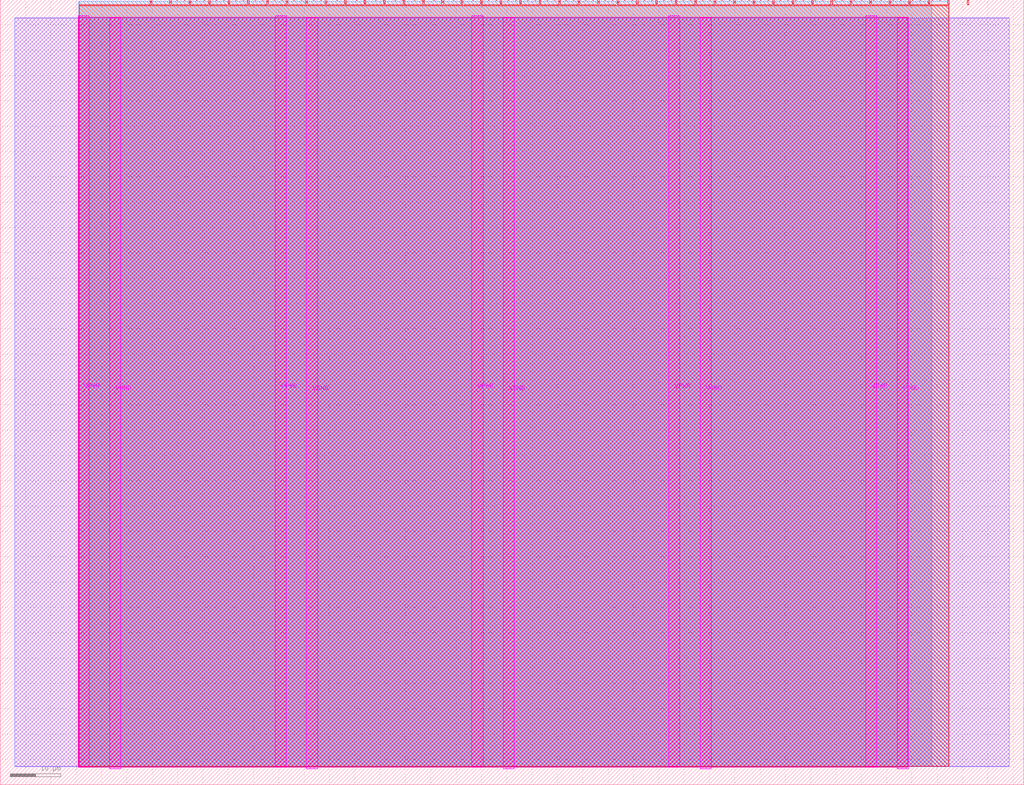
<source format=lef>
VERSION 5.7 ;
  NOWIREEXTENSIONATPIN ON ;
  DIVIDERCHAR "/" ;
  BUSBITCHARS "[]" ;
MACRO tt_um_matth_fischer_vgaTT
  CLASS BLOCK ;
  FOREIGN tt_um_matth_fischer_vgaTT ;
  ORIGIN 0.000 0.000 ;
  SIZE 202.080 BY 154.980 ;
  PIN VGND
    DIRECTION INOUT ;
    USE GROUND ;
    PORT
      LAYER TopMetal1 ;
        RECT 21.580 3.150 23.780 151.420 ;
    END
    PORT
      LAYER TopMetal1 ;
        RECT 60.450 3.150 62.650 151.420 ;
    END
    PORT
      LAYER TopMetal1 ;
        RECT 99.320 3.150 101.520 151.420 ;
    END
    PORT
      LAYER TopMetal1 ;
        RECT 138.190 3.150 140.390 151.420 ;
    END
    PORT
      LAYER TopMetal1 ;
        RECT 177.060 3.150 179.260 151.420 ;
    END
  END VGND
  PIN VPWR
    DIRECTION INOUT ;
    USE POWER ;
    PORT
      LAYER TopMetal1 ;
        RECT 15.380 3.560 17.580 151.830 ;
    END
    PORT
      LAYER TopMetal1 ;
        RECT 54.250 3.560 56.450 151.830 ;
    END
    PORT
      LAYER TopMetal1 ;
        RECT 93.120 3.560 95.320 151.830 ;
    END
    PORT
      LAYER TopMetal1 ;
        RECT 131.990 3.560 134.190 151.830 ;
    END
    PORT
      LAYER TopMetal1 ;
        RECT 170.860 3.560 173.060 151.830 ;
    END
  END VPWR
  PIN clk
    DIRECTION INPUT ;
    USE SIGNAL ;
    ANTENNAGATEAREA 0.725400 ;
    PORT
      LAYER Metal4 ;
        RECT 187.050 153.980 187.350 154.980 ;
    END
  END clk
  PIN ena
    DIRECTION INPUT ;
    USE SIGNAL ;
    PORT
      LAYER Metal4 ;
        RECT 190.890 153.980 191.190 154.980 ;
    END
  END ena
  PIN rst_n
    DIRECTION INPUT ;
    USE SIGNAL ;
    ANTENNAGATEAREA 0.906100 ;
    PORT
      LAYER Metal4 ;
        RECT 183.210 153.980 183.510 154.980 ;
    END
  END rst_n
  PIN ui_in[0]
    DIRECTION INPUT ;
    USE SIGNAL ;
    ANTENNAGATEAREA 0.180700 ;
    PORT
      LAYER Metal4 ;
        RECT 179.370 153.980 179.670 154.980 ;
    END
  END ui_in[0]
  PIN ui_in[1]
    DIRECTION INPUT ;
    USE SIGNAL ;
    ANTENNAGATEAREA 0.180700 ;
    PORT
      LAYER Metal4 ;
        RECT 175.530 153.980 175.830 154.980 ;
    END
  END ui_in[1]
  PIN ui_in[2]
    DIRECTION INPUT ;
    USE SIGNAL ;
    PORT
      LAYER Metal4 ;
        RECT 171.690 153.980 171.990 154.980 ;
    END
  END ui_in[2]
  PIN ui_in[3]
    DIRECTION INPUT ;
    USE SIGNAL ;
    PORT
      LAYER Metal4 ;
        RECT 167.850 153.980 168.150 154.980 ;
    END
  END ui_in[3]
  PIN ui_in[4]
    DIRECTION INPUT ;
    USE SIGNAL ;
    PORT
      LAYER Metal4 ;
        RECT 164.010 153.980 164.310 154.980 ;
    END
  END ui_in[4]
  PIN ui_in[5]
    DIRECTION INPUT ;
    USE SIGNAL ;
    PORT
      LAYER Metal4 ;
        RECT 160.170 153.980 160.470 154.980 ;
    END
  END ui_in[5]
  PIN ui_in[6]
    DIRECTION INPUT ;
    USE SIGNAL ;
    PORT
      LAYER Metal4 ;
        RECT 156.330 153.980 156.630 154.980 ;
    END
  END ui_in[6]
  PIN ui_in[7]
    DIRECTION INPUT ;
    USE SIGNAL ;
    PORT
      LAYER Metal4 ;
        RECT 152.490 153.980 152.790 154.980 ;
    END
  END ui_in[7]
  PIN uio_in[0]
    DIRECTION INPUT ;
    USE SIGNAL ;
    PORT
      LAYER Metal4 ;
        RECT 148.650 153.980 148.950 154.980 ;
    END
  END uio_in[0]
  PIN uio_in[1]
    DIRECTION INPUT ;
    USE SIGNAL ;
    PORT
      LAYER Metal4 ;
        RECT 144.810 153.980 145.110 154.980 ;
    END
  END uio_in[1]
  PIN uio_in[2]
    DIRECTION INPUT ;
    USE SIGNAL ;
    PORT
      LAYER Metal4 ;
        RECT 140.970 153.980 141.270 154.980 ;
    END
  END uio_in[2]
  PIN uio_in[3]
    DIRECTION INPUT ;
    USE SIGNAL ;
    PORT
      LAYER Metal4 ;
        RECT 137.130 153.980 137.430 154.980 ;
    END
  END uio_in[3]
  PIN uio_in[4]
    DIRECTION INPUT ;
    USE SIGNAL ;
    PORT
      LAYER Metal4 ;
        RECT 133.290 153.980 133.590 154.980 ;
    END
  END uio_in[4]
  PIN uio_in[5]
    DIRECTION INPUT ;
    USE SIGNAL ;
    PORT
      LAYER Metal4 ;
        RECT 129.450 153.980 129.750 154.980 ;
    END
  END uio_in[5]
  PIN uio_in[6]
    DIRECTION INPUT ;
    USE SIGNAL ;
    PORT
      LAYER Metal4 ;
        RECT 125.610 153.980 125.910 154.980 ;
    END
  END uio_in[6]
  PIN uio_in[7]
    DIRECTION INPUT ;
    USE SIGNAL ;
    PORT
      LAYER Metal4 ;
        RECT 121.770 153.980 122.070 154.980 ;
    END
  END uio_in[7]
  PIN uio_oe[0]
    DIRECTION OUTPUT ;
    USE SIGNAL ;
    ANTENNADIFFAREA 0.299200 ;
    PORT
      LAYER Metal4 ;
        RECT 56.490 153.980 56.790 154.980 ;
    END
  END uio_oe[0]
  PIN uio_oe[1]
    DIRECTION OUTPUT ;
    USE SIGNAL ;
    ANTENNADIFFAREA 0.299200 ;
    PORT
      LAYER Metal4 ;
        RECT 52.650 153.980 52.950 154.980 ;
    END
  END uio_oe[1]
  PIN uio_oe[2]
    DIRECTION OUTPUT ;
    USE SIGNAL ;
    ANTENNADIFFAREA 0.299200 ;
    PORT
      LAYER Metal4 ;
        RECT 48.810 153.980 49.110 154.980 ;
    END
  END uio_oe[2]
  PIN uio_oe[3]
    DIRECTION OUTPUT ;
    USE SIGNAL ;
    ANTENNADIFFAREA 0.299200 ;
    PORT
      LAYER Metal4 ;
        RECT 44.970 153.980 45.270 154.980 ;
    END
  END uio_oe[3]
  PIN uio_oe[4]
    DIRECTION OUTPUT ;
    USE SIGNAL ;
    ANTENNADIFFAREA 0.299200 ;
    PORT
      LAYER Metal4 ;
        RECT 41.130 153.980 41.430 154.980 ;
    END
  END uio_oe[4]
  PIN uio_oe[5]
    DIRECTION OUTPUT ;
    USE SIGNAL ;
    ANTENNADIFFAREA 0.299200 ;
    PORT
      LAYER Metal4 ;
        RECT 37.290 153.980 37.590 154.980 ;
    END
  END uio_oe[5]
  PIN uio_oe[6]
    DIRECTION OUTPUT ;
    USE SIGNAL ;
    ANTENNADIFFAREA 0.299200 ;
    PORT
      LAYER Metal4 ;
        RECT 33.450 153.980 33.750 154.980 ;
    END
  END uio_oe[6]
  PIN uio_oe[7]
    DIRECTION OUTPUT ;
    USE SIGNAL ;
    ANTENNADIFFAREA 0.299200 ;
    PORT
      LAYER Metal4 ;
        RECT 29.610 153.980 29.910 154.980 ;
    END
  END uio_oe[7]
  PIN uio_out[0]
    DIRECTION OUTPUT ;
    USE SIGNAL ;
    ANTENNADIFFAREA 0.299200 ;
    PORT
      LAYER Metal4 ;
        RECT 87.210 153.980 87.510 154.980 ;
    END
  END uio_out[0]
  PIN uio_out[1]
    DIRECTION OUTPUT ;
    USE SIGNAL ;
    ANTENNADIFFAREA 0.299200 ;
    PORT
      LAYER Metal4 ;
        RECT 83.370 153.980 83.670 154.980 ;
    END
  END uio_out[1]
  PIN uio_out[2]
    DIRECTION OUTPUT ;
    USE SIGNAL ;
    ANTENNADIFFAREA 0.299200 ;
    PORT
      LAYER Metal4 ;
        RECT 79.530 153.980 79.830 154.980 ;
    END
  END uio_out[2]
  PIN uio_out[3]
    DIRECTION OUTPUT ;
    USE SIGNAL ;
    ANTENNADIFFAREA 0.299200 ;
    PORT
      LAYER Metal4 ;
        RECT 75.690 153.980 75.990 154.980 ;
    END
  END uio_out[3]
  PIN uio_out[4]
    DIRECTION OUTPUT ;
    USE SIGNAL ;
    ANTENNADIFFAREA 0.299200 ;
    PORT
      LAYER Metal4 ;
        RECT 71.850 153.980 72.150 154.980 ;
    END
  END uio_out[4]
  PIN uio_out[5]
    DIRECTION OUTPUT ;
    USE SIGNAL ;
    ANTENNADIFFAREA 0.299200 ;
    PORT
      LAYER Metal4 ;
        RECT 68.010 153.980 68.310 154.980 ;
    END
  END uio_out[5]
  PIN uio_out[6]
    DIRECTION OUTPUT ;
    USE SIGNAL ;
    ANTENNADIFFAREA 0.299200 ;
    PORT
      LAYER Metal4 ;
        RECT 64.170 153.980 64.470 154.980 ;
    END
  END uio_out[6]
  PIN uio_out[7]
    DIRECTION OUTPUT ;
    USE SIGNAL ;
    ANTENNADIFFAREA 0.299200 ;
    PORT
      LAYER Metal4 ;
        RECT 60.330 153.980 60.630 154.980 ;
    END
  END uio_out[7]
  PIN uo_out[0]
    DIRECTION OUTPUT ;
    USE SIGNAL ;
    ANTENNADIFFAREA 0.708600 ;
    PORT
      LAYER Metal4 ;
        RECT 117.930 153.980 118.230 154.980 ;
    END
  END uo_out[0]
  PIN uo_out[1]
    DIRECTION OUTPUT ;
    USE SIGNAL ;
    ANTENNADIFFAREA 0.708600 ;
    PORT
      LAYER Metal4 ;
        RECT 114.090 153.980 114.390 154.980 ;
    END
  END uo_out[1]
  PIN uo_out[2]
    DIRECTION OUTPUT ;
    USE SIGNAL ;
    ANTENNADIFFAREA 0.981400 ;
    PORT
      LAYER Metal4 ;
        RECT 110.250 153.980 110.550 154.980 ;
    END
  END uo_out[2]
  PIN uo_out[3]
    DIRECTION OUTPUT ;
    USE SIGNAL ;
    ANTENNADIFFAREA 0.708600 ;
    PORT
      LAYER Metal4 ;
        RECT 106.410 153.980 106.710 154.980 ;
    END
  END uo_out[3]
  PIN uo_out[4]
    DIRECTION OUTPUT ;
    USE SIGNAL ;
    ANTENNADIFFAREA 0.632400 ;
    PORT
      LAYER Metal4 ;
        RECT 102.570 153.980 102.870 154.980 ;
    END
  END uo_out[4]
  PIN uo_out[5]
    DIRECTION OUTPUT ;
    USE SIGNAL ;
    ANTENNAGATEAREA 0.180700 ;
    ANTENNADIFFAREA 1.269200 ;
    PORT
      LAYER Metal4 ;
        RECT 98.730 153.980 99.030 154.980 ;
    END
  END uo_out[5]
  PIN uo_out[6]
    DIRECTION OUTPUT ;
    USE SIGNAL ;
    ANTENNAGATEAREA 0.180700 ;
    ANTENNADIFFAREA 0.988000 ;
    PORT
      LAYER Metal4 ;
        RECT 94.890 153.980 95.190 154.980 ;
    END
  END uo_out[6]
  PIN uo_out[7]
    DIRECTION OUTPUT ;
    USE SIGNAL ;
    ANTENNADIFFAREA 0.708600 ;
    PORT
      LAYER Metal4 ;
        RECT 91.050 153.980 91.350 154.980 ;
    END
  END uo_out[7]
  OBS
      LAYER GatPoly ;
        RECT 2.880 3.630 199.200 151.350 ;
      LAYER Metal1 ;
        RECT 2.880 3.560 199.200 151.420 ;
      LAYER Metal2 ;
        RECT 15.560 3.635 183.945 154.705 ;
      LAYER Metal3 ;
        RECT 15.515 3.680 187.345 154.660 ;
      LAYER Metal4 ;
        RECT 15.560 153.770 29.400 153.980 ;
        RECT 30.120 153.770 33.240 153.980 ;
        RECT 33.960 153.770 37.080 153.980 ;
        RECT 37.800 153.770 40.920 153.980 ;
        RECT 41.640 153.770 44.760 153.980 ;
        RECT 45.480 153.770 48.600 153.980 ;
        RECT 49.320 153.770 52.440 153.980 ;
        RECT 53.160 153.770 56.280 153.980 ;
        RECT 57.000 153.770 60.120 153.980 ;
        RECT 60.840 153.770 63.960 153.980 ;
        RECT 64.680 153.770 67.800 153.980 ;
        RECT 68.520 153.770 71.640 153.980 ;
        RECT 72.360 153.770 75.480 153.980 ;
        RECT 76.200 153.770 79.320 153.980 ;
        RECT 80.040 153.770 83.160 153.980 ;
        RECT 83.880 153.770 87.000 153.980 ;
        RECT 87.720 153.770 90.840 153.980 ;
        RECT 91.560 153.770 94.680 153.980 ;
        RECT 95.400 153.770 98.520 153.980 ;
        RECT 99.240 153.770 102.360 153.980 ;
        RECT 103.080 153.770 106.200 153.980 ;
        RECT 106.920 153.770 110.040 153.980 ;
        RECT 110.760 153.770 113.880 153.980 ;
        RECT 114.600 153.770 117.720 153.980 ;
        RECT 118.440 153.770 121.560 153.980 ;
        RECT 122.280 153.770 125.400 153.980 ;
        RECT 126.120 153.770 129.240 153.980 ;
        RECT 129.960 153.770 133.080 153.980 ;
        RECT 133.800 153.770 136.920 153.980 ;
        RECT 137.640 153.770 140.760 153.980 ;
        RECT 141.480 153.770 144.600 153.980 ;
        RECT 145.320 153.770 148.440 153.980 ;
        RECT 149.160 153.770 152.280 153.980 ;
        RECT 153.000 153.770 156.120 153.980 ;
        RECT 156.840 153.770 159.960 153.980 ;
        RECT 160.680 153.770 163.800 153.980 ;
        RECT 164.520 153.770 167.640 153.980 ;
        RECT 168.360 153.770 171.480 153.980 ;
        RECT 172.200 153.770 175.320 153.980 ;
        RECT 176.040 153.770 179.160 153.980 ;
        RECT 179.880 153.770 183.000 153.980 ;
        RECT 183.720 153.770 186.840 153.980 ;
        RECT 15.560 3.635 187.300 153.770 ;
      LAYER Metal5 ;
        RECT 15.515 3.470 179.125 151.510 ;
  END
END tt_um_matth_fischer_vgaTT
END LIBRARY


</source>
